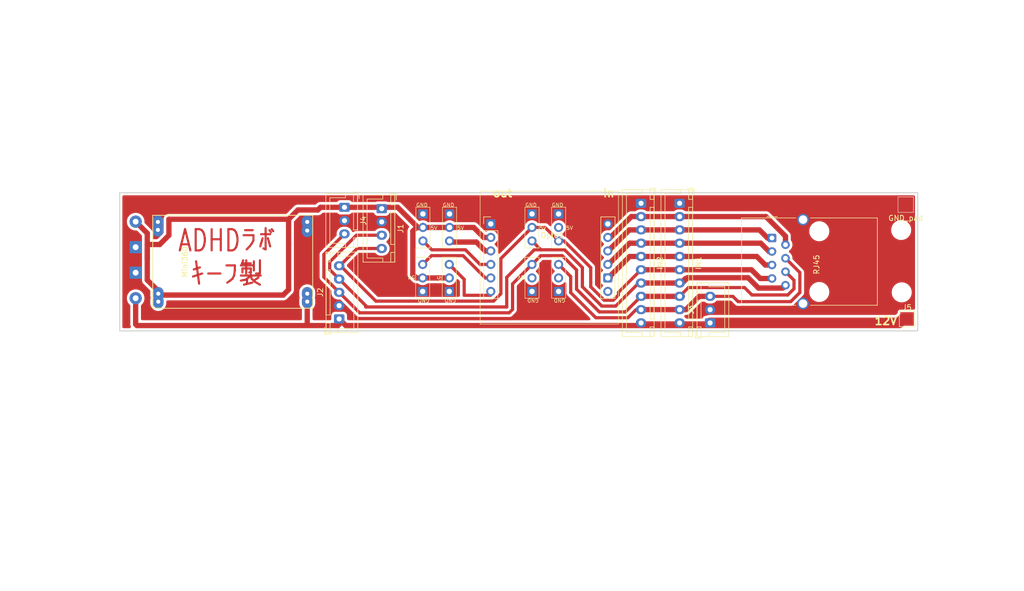
<source format=kicad_pcb>
(kicad_pcb
	(version 20240108)
	(generator "pcbnew")
	(generator_version "8.0")
	(general
		(thickness 1.6)
		(legacy_teardrops no)
	)
	(paper "A4")
	(layers
		(0 "F.Cu" signal)
		(31 "B.Cu" signal)
		(32 "B.Adhes" user "B.Adhesive")
		(33 "F.Adhes" user "F.Adhesive")
		(34 "B.Paste" user)
		(35 "F.Paste" user)
		(36 "B.SilkS" user "B.Silkscreen")
		(37 "F.SilkS" user "F.Silkscreen")
		(38 "B.Mask" user)
		(39 "F.Mask" user)
		(40 "Dwgs.User" user "User.Drawings")
		(41 "Cmts.User" user "User.Comments")
		(42 "Eco1.User" user "User.Eco1")
		(43 "Eco2.User" user "User.Eco2")
		(44 "Edge.Cuts" user)
		(45 "Margin" user)
		(46 "B.CrtYd" user "B.Courtyard")
		(47 "F.CrtYd" user "F.Courtyard")
		(48 "B.Fab" user)
		(49 "F.Fab" user)
		(50 "User.1" user)
		(51 "User.2" user)
		(52 "User.3" user)
		(53 "User.4" user)
		(54 "User.5" user)
		(55 "User.6" user)
		(56 "User.7" user)
		(57 "User.8" user)
		(58 "User.9" user)
	)
	(setup
		(pad_to_mask_clearance 0)
		(allow_soldermask_bridges_in_footprints no)
		(pcbplotparams
			(layerselection 0x0001010_ffffffff)
			(plot_on_all_layers_selection 0x0000000_00000000)
			(disableapertmacros no)
			(usegerberextensions yes)
			(usegerberattributes yes)
			(usegerberadvancedattributes yes)
			(creategerberjobfile no)
			(dashed_line_dash_ratio 12.000000)
			(dashed_line_gap_ratio 3.000000)
			(svgprecision 4)
			(plotframeref no)
			(viasonmask no)
			(mode 1)
			(useauxorigin no)
			(hpglpennumber 1)
			(hpglpenspeed 20)
			(hpglpendiameter 15.000000)
			(pdf_front_fp_property_popups yes)
			(pdf_back_fp_property_popups yes)
			(dxfpolygonmode yes)
			(dxfimperialunits yes)
			(dxfusepcbnewfont yes)
			(psnegative no)
			(psa4output no)
			(plotreference yes)
			(plotvalue yes)
			(plotfptext yes)
			(plotinvisibletext no)
			(sketchpadsonfab no)
			(subtractmaskfromsilk no)
			(outputformat 1)
			(mirror no)
			(drillshape 0)
			(scaleselection 1)
			(outputdirectory "gerber/")
		)
	)
	(net 0 "")
	(net 1 "GND")
	(net 2 "IN4")
	(net 3 "IN1")
	(net 4 "unconnected-(Opto1-NC-Pad6)")
	(net 5 "IN2")
	(net 6 "IN3")
	(net 7 "5V")
	(net 8 "12V")
	(net 9 "OUT2")
	(net 10 "OUT1")
	(net 11 "OUT3")
	(net 12 "OUT4")
	(net 13 "RX3")
	(net 14 "RX2")
	(net 15 "RX1")
	(net 16 "RX4")
	(net 17 "unconnected-(Srv8-5v-Pad2)")
	(net 18 "unconnected-(Srv7-5v-Pad2)")
	(footprint "Mini360_step-down:Mini560_step-down_pro" (layer "F.Cu") (at 89.75 75.75 90))
	(footprint "TestPoint:TestPoint_Pad_2.5x2.5mm" (layer "F.Cu") (at 226 86.5))
	(footprint "Library:Servo_pads" (layer "F.Cu") (at 155.5 66.75))
	(footprint "Library:Servo_pads" (layer "F.Cu") (at 139.95 81.33 180))
	(footprint "Connector_JST:JST_XH_B3B-XH-A_1x03_P2.50mm_Vertical" (layer "F.Cu") (at 120.25 65.5 -90))
	(footprint "Library:Servo_pads" (layer "F.Cu") (at 155.5 81.33 180))
	(footprint "Connector_JST:JST_XH_B10B-XH-A_1x10_P2.50mm_Vertical" (layer "F.Cu") (at 176 64.75 -90))
	(footprint "Library:TLP281_4_module" (layer "F.Cu") (at 159.2532 74.2148))
	(footprint "Connector_JST:JST_XH_B5B-XH-A_1x05_P2.50mm_Vertical" (layer "F.Cu") (at 119.25 86.5 90))
	(footprint "Library:Servo_pads" (layer "F.Cu") (at 160.5 66.75))
	(footprint (layer "F.Cu") (at 225 81.5))
	(footprint "Library:Servo_pads" (layer "F.Cu") (at 140 66.75))
	(footprint "Connector_JST:JST_XH_B4B-XH-A_1x04_P2.50mm_Vertical" (layer "F.Cu") (at 127.25 65.75 -90))
	(footprint (layer "F.Cu") (at 224.895627 69.767739))
	(footprint "Library:Servo_pads" (layer "F.Cu") (at 134.95 81.33 180))
	(footprint "Connector_JST:JST_XH_B10B-XH-A_1x10_P2.50mm_Vertical" (layer "F.Cu") (at 183.25 64.75 -90))
	(footprint "Library:Servo_pads" (layer "F.Cu") (at 160.5 81.33 180))
	(footprint "Connector_RJ:RJ45_Wuerth_7499010001A_Horizontal" (layer "F.Cu") (at 200.61 71.27))
	(footprint "Library:PWR_pads" (layer "F.Cu") (at 81 82.6 90))
	(footprint "Library:Servo_pads" (layer "F.Cu") (at 135 66.75))
	(footprint "Connector_JST:JST_XH_B3B-XH-A_1x03_P2.50mm_Vertical" (layer "F.Cu") (at 188.975 87.25 90))
	(footprint "TestPoint:TestPoint_Pad_2.5x2.5mm" (layer "B.Cu") (at 225.75 65))
	(footprint (layer "B.Cu") (at 226 86.5 180))
	(gr_rect
		(start 78 62.75)
		(end 228 88.75)
		(stroke
			(width 0.2)
			(type default)
		)
		(fill none)
		(layer "Edge.Cuts")
		(uuid "99981f6e-9965-426a-9d7b-58bc8738d408")
	)
	(gr_text "ADHDラボ\nキーフ製"
		(at 98 75 0)
		(layer "F.Cu")
		(uuid "5ad55d3a-2cf7-4517-8f81-8359e70fc327")
		(effects
			(font
				(size 4 3)
				(thickness 0.4)
			)
		)
	)
	(gr_text "12V"
		(at 219.75 87.75 0)
		(layer "F.SilkS")
		(uuid "38072ce0-75d8-40d2-97b3-20d963422d8c")
		(effects
			(font
				(size 1.5 1.5)
				(thickness 0.3)
				(bold yes)
			)
			(justify left bottom)
		)
	)
	(gr_text "out               in"
		(at 147.985 63.71 0)
		(layer "F.SilkS")
		(uuid "dd7e562d-5f5e-451f-9a0e-e01f2437c485")
		(effects
			(font
				(size 1.5 1.5)
				(thickness 0.3)
				(bold yes)
			)
			(justify left bottom)
		)
	)
	(segment
		(start 121.75 86.183148)
		(end 119.566852 84)
		(width 0.6)
		(layer "F.Cu")
		(net 1)
		(uuid "1ed6da4e-3fff-4fa8-a247-8e9526ea7cc8")
	)
	(segment
		(start 119.566852 84)
		(end 119.25 84)
		(width 0.6)
		(layer "F.Cu")
		(net 1)
		(uuid "33cc8ec9-a872-457a-b4bd-8638c715052e")
	)
	(segment
		(start 206.45 83.615)
		(end 206.95 83.115)
		(width 0.6)
		(layer "F.Cu")
		(net 1)
		(uuid "50a26b6a-4c95-44de-9236-1e9d488a1a9c")
	)
	(segment
		(start 151.75 86.45)
		(end 121.75 86.45)
		(width 0.6)
		(layer "F.Cu")
		(net 1)
		(uuid "798ad862-dea9-41b1-9626-094cf9562e01")
	)
	(segment
		(start 151.8 86.45)
		(end 151.75 86.45)
		(width 0.6)
		(layer "F.Cu")
		(net 1)
		(uuid "c465f7b8-7971-4b6a-b9f3-64afb0a0ca3b")
	)
	(segment
		(start 121.75 86.45)
		(end 121.75 86.183148)
		(width 0.6)
		(layer "F.Cu")
		(net 1)
		(uuid "f1b5df4e-f00d-40ed-a43b-85065f333f41")
	)
	(segment
		(start 169.826296 78.79)
		(end 169.75 78.79)
		(width 1)
		(layer "F.Cu")
		(net 2)
		(uuid "1e5fae07-9f05-44e6-b7ac-ca395b87b5ed")
	)
	(segment
		(start 183.25 74.75)
		(end 176 74.75)
		(width 1)
		(layer "F.Cu")
		(net 2)
		(uuid "44d3e754-c712-4e25-b63d-57cbbb47c86e")
	)
	(segment
		(start 197.75 74.75)
		(end 199.35 76.35)
		(width 1)
		(layer "F.Cu")
		(net 2)
		(uuid "4fe87027-1d6f-44a2-be59-d6e08937bf15")
	)
	(segment
		(start 176 74.75)
		(end 173.866296 74.75)
		(width 1)
		(layer "F.Cu")
		(net 2)
		(uuid "c22d8460-b7b0-4e9d-b1da-da6de5662381")
	)
	(segment
		(start 199.35 76.35)
		(end 200.61 76.35)
		(width 1)
		(layer "F.Cu")
		(net 2)
		(uuid "d18e3114-db6f-4095-8012-01d0b49c7e83")
	)
	(segment
		(start 170.21 78.79)
		(end 169.775 78.79)
		(width 1)
		(layer "F.Cu")
		(net 2)
		(uuid "d87fbf5d-a945-4913-baaa-0af9e0a6efa6")
	)
	(segment
		(start 183.25 74.75)
		(end 197.75 74.75)
		(width 1)
		(layer "F.Cu")
		(net 2)
		(uuid "dcd2a926-49d4-49b9-8396-3e0b87b3df7a")
	)
	(segment
		(start 173.866296 74.75)
		(end 169.826296 78.79)
		(width 1)
		(layer "F.Cu")
		(net 2)
		(uuid "ff78a822-cd0a-41b0-8369-2fff90534f0b")
	)
	(segment
		(start 174.164976 67.25)
		(end 176 67.25)
		(width 1)
		(layer "F.Cu")
		(net 3)
		(uuid "0804104d-7258-44b2-88ec-25888eead137")
	)
	(segment
		(start 169.851296 71.17)
		(end 169.775 71.17)
		(width 1)
		(layer "F.Cu")
		(net 3)
		(uuid "18b32d1f-bf2a-4d22-9578-7ab2f10b7629")
	)
	(segment
		(start 176 67.25)
		(end 183.25 67.25)
		(width 1)
		(layer "F.Cu")
		(net 3)
		(uuid "30b19611-1099-4a02-88cd-9faa000bfbfb")
	)
	(segment
		(start 199.46581 67.25)
		(end 203.15 70.93419)
		(width 1)
		(layer "F.Cu")
		(net 3)
		(uuid "379ca0ba-6682-46bd-b566-0597d1f8d223")
	)
	(segment
		(start 203.15 70.93419)
		(end 203.15 72.54)
		(width 1)
		(layer "F.Cu")
		(net 3)
		(uuid "445b5968-6c6a-4d62-9bf5-0f53a3a09960")
	)
	(segment
		(start 169.75 71.17)
		(end 170.244976 71.17)
		(width 1)
		(layer "F.Cu")
		(net 3)
		(uuid "56f8fe80-9245-4f07-a7ba-ab5bb72ea6e6")
	)
	(segment
		(start 183.25 67.25)
		(end 199.46581 67.25)
		(width 1)
		(layer "F.Cu")
		(net 3)
		(uuid "b1bfa106-897c-4c0f-997b-3d1ddd81b434")
	)
	(segment
		(start 170.244976 71.17)
		(end 174.164976 67.25)
		(width 1)
		(layer "F.Cu")
		(net 3)
		(uuid "b76577eb-9a6b-453b-b0fd-2ddc0fcfedaa")
	)
	(segment
		(start 173.311296 70.25)
		(end 169.851296 73.71)
		(width 1)
		(layer "F.Cu")
		(net 5)
		(uuid "09035943-06f7-47c0-a757-9b3daef197b5")
	)
	(segment
		(start 173.786296 69.75)
		(end 169.826296 73.71)
		(width 1)
		(layer "F.Cu")
		(net 5)
		(uuid "184f4f78-ffe9-4992-8cd7-be4f70c1e4f3")
	)
	(segment
		(start 198.25 69.75)
		(end 183.25 69.75)
		(width 1)
		(layer "F.Cu")
		(net 5)
		(uuid "35536974-8025-41b2-ab07-1e2780887de7")
	)
	(segment
		(start 199.77 71.27)
		(end 198.25 69.75)
		(width 1)
		(layer "F.Cu")
		(net 5)
		(uuid "6ec14e04-28b3-4f32-b6b3-99f6211bda7f")
	)
	(segment
		(start 169.826296 73.71)
		(end 169.75 73.71)
		(width 1)
		(layer "F.Cu")
		(net 5)
		(uuid "79ed2d84-ea30-41d0-baa3-4313f78791ea")
	)
	(segment
		(start 176 69.75)
		(end 173.786296 69.75)
		(width 1)
		(layer "F.Cu")
		(net 5)
		(uuid "7ce132f4-ed88-46ef-a669-4f335571fcbd")
	)
	(segment
		(start 183.25 69.75)
		(end 176 69.75)
		(width 1)
		(layer "F.Cu")
		(net 5)
		(uuid "85c53630-d386-416c-9451-4fb13171e8ab")
	)
	(segment
		(start 169.775 73.71)
		(end 169.851296 73.71)
		(width 1)
		(layer "F.Cu")
		(net 5)
		(uuid "dc6f2586-b7b5-41b8-812b-b7af1560ee31")
	)
	(segment
		(start 200.61 71.27)
		(end 199.77 71.27)
		(width 1)
		(layer "F.Cu")
		(net 5)
		(uuid "e1cecff9-146e-4a5e-b035-4f3c72b6bca1")
	)
	(segment
		(start 169.851296 76.25)
		(end 169.775 76.25)
		(width 1)
		(layer "F.Cu")
		(net 6)
		(uuid "04f65c05-1367-470f-8e72-39eeea7a9058")
	)
	(segment
		(start 183.25 72.25)
		(end 198.5 72.25)
		(width 1)
		(layer "F.Cu")
		(net 6)
		(uuid "3672549f-f7dd-45d6-87e4-21610c236a02")
	)
	(segment
		(start 200.06 73.81)
		(end 200.61 73.81)
		(width 1)
		(layer "F.Cu")
		(net 6)
		(uuid "78ac6e94-c766-4664-9e41-bde9c5cf4bc8")
	)
	(segment
		(start 183.25 72.25)
		(end 176 72.25)
		(width 1)
		(layer "F.Cu")
		(net 6)
		(uuid "7eed75a7-9d33-4e51-835d-de318afc6b4d")
	)
	(segment
		(start 173.851296 72.25)
		(end 169.851296 76.25)
		(width 1)
		(layer "F.Cu")
		(net 6)
		(uuid "93580d2f-8921-4ac2-a4dc-021ba15864bb")
	)
	(segment
		(start 198.5 72.25)
		(end 200.06 73.81)
		(width 1)
		(layer "F.Cu")
		(net 6)
		(uuid "a34eff10-688a-47eb-a187-8160d78091ec")
	)
	(segment
		(start 176 72.25)
		(end 173.851296 72.25)
		(width 1)
		(layer "F.Cu")
		(net 6)
		(uuid "fc3e7bca-96a8-44a7-829e-6c49f9161e42")
	)
	(segment
		(start 115.75 65.5)
		(end 120.25 65.5)
		(width 1)
		(layer "F.Cu")
		(net 7)
		(uuid "01268991-8a80-45dc-adf6-3e6e1b28c041")
	)
	(segment
		(start 83.18 72.5)
		(end 83.18 70.38)
		(width 1)
		(layer "F.Cu")
		(net 7)
		(uuid "16d68ec3-496c-4e07-b4c8-06ffe6691e74")
	)
	(segment
		(start 109.75 67.75)
		(end 87.25 67.75)
		(width 1)
		(layer "F.Cu")
		(net 7)
		(uuid "24968cb2-665b-4ad6-a74f-f3ef38151cbd")
	)
	(segment
		(start 85.508427 72.5)
		(end 83.18 72.5)
		(width 1)
		(layer "F.Cu")
		(net 7)
		(uuid "258ac3eb-5823-409f-969c-e09a8ff0a234")
	)
	(segment
		(start 133.1 78.142081)
		(end 133.747919 78.79)
		(width 1)
		(layer "F.Cu")
		(net 7)
		(uuid "2a51eda4-2df7-427d-bb74-9a8397e445a1")
	)
	(segment
		(start 109.75 80.98817)
		(end 109.75 72.5)
		(width 1)
		(layer "F.Cu")
		(net 7)
		(uuid "3ab437a7-d278-465c-a048-672dd73e9e03")
	)
	(segment
		(start 83.18 79.18)
		(end 85.25 81.25)
		(width 1)
		(layer "F.Cu")
		(net 7)
		(uuid "4d892bb5-97bb-4213-8404-e510c7e65a26")
	)
	(segment
		(start 130.25 65.5)
		(end 134.04 69.29)
		(width 1)
		(layer "F.Cu")
		(net 7)
		(uuid "52902f79-2d68-4ec9-b115-74ce15443c05")
	)
	(segment
		(start 133.797919 69.29)
		(end 133.1 69.987919)
		(width 1)
		(layer "F.Cu")
		(net 7)
		(uuid "52f84f1a-bd7c-4e7d-a489-a3640c540374")
	)
	(segment
		(start 87.25 70.758427)
		(end 85.508427 72.5)
		(width 1)
		(layer "F.Cu")
		(net 7)
		(uuid "53c3142c-5d09-4d9b-a63b-71ba02c7d56d")
	)
	(segment
		(start 109.75 67.75)
		(end 111.5 66)
		(width 1)
		(layer "F.Cu")
		(net 7)
		(uuid "55071a6f-10e0-4cc3-af8a-8b1da01843f0")
	)
	(segment
		(start 83.18 75.18)
		(end 83.18 73.5)
		(width 1)
		(layer "F.Cu")
		(net 7)
		(uuid "563a1938-2363-4e85-815a-24f9e6bb38cf")
	)
	(segment
		(start 111.5 66)
		(end 115.25 66)
		(width 1)
		(layer "F.Cu")
		(net 7)
		(uuid "67861098-d04a-41ce-b475-b1795039e290")
	)
	(segment
		(start 135 69.29)
		(end 133.797919 69.29)
		(width 1)
		(layer "F.Cu")
		(net 7)
		(uuid "6aeaa812-20f7-4112-8e78-0bcd137a3eb6")
	)
	(segment
		(start 85.508247 82.008247)
		(end 108.729923 82.008247)
		(width 1)
		(layer "F.Cu")
		(net 7)
		(uuid "6c1fe1fa-d301-4702-aa79-9c7ed448ea68")
	)
	(segment
		(start 85.25 81.75)
		(end 85.508247 82.008247)
		(width 1)
		(layer "F.Cu")
		(net 7)
		(uuid "792b0989-9479-4bce-9d18-72ecc57ce0c0")
	)
	(segment
		(start 85.25 81.75)
		(end 85.25 83.25)
		(width 1)
		(layer "F.Cu")
		(net 7)
		(uuid "79a49c1c-a417-4d7d-bcbd-4753fcbf937b")
	)
	(segment
		(start 146.42 71.17)
		(end 144.54 69.29)
		(width 1)
		(layer "F.Cu")
		(net 7)
		(uuid "7acadb45-ff73-4f10-8a2a-8a22b4bf1ec3")
	)
	(segment
		(start 108.729923 82.008247)
		(end 109.75 80.98817)
		(width 1)
		(layer "F.Cu")
		(net 7)
		(uuid "80f86cfc-d130-455c-b854-63a969cb6111")
	)
	(segment
		(start 83.18 73.5)
		(end 83.18 79.18)
		(width 1)
		(layer "F.Cu")
		(net 7)
		(uuid "84f48b64-e6ec-4a2b-8093-3a245cbc7afd")
	)
	(segment
		(start 144.54 69.29)
		(end 140 69.29)
		(width 1)
		(layer "F.Cu")
		(net 7)
		(uuid "899e636b-8848-4ea3-a69b-36d7c97fbb5c")
	)
	(segment
		(start 120.25 65.5)
		(end 130.25 65.5)
		(width 1)
		(layer "F.Cu")
		(net 7)
		(uuid "93e2645a-9517-4277-b117-0bacf685a6f1")
	)
	(segment
		(start 87.25 67.75)
		(end 87.25 70.758427)
		(width 1)
		(layer "F.Cu")
		(net 7)
		(uuid "9d5ea2bc-11ed-4e23-a94d-26b996bb9900")
	)
	(segment
		(start 133.1 69.987919)
		(end 133.1 78.142081)
		(width 1)
		(layer "F.Cu")
		(net 7)
		(uuid "ad51b70c-3f3a-4fc7-b5c3-6f3a1cbcc6e6")
	)
	(segment
		(start 135 69.29)
		(end 140 69.29)
		(width 1)
		(layer "F.Cu")
		(net 7)
		(uuid "ad797240-88a6-4c46-8fb9-1704e3805c77")
	)
	(segment
		(start 134.95 78.79)
		(end 139.95 78.79)
		(width 1)
		(layer "F.Cu")
		(net 7)
		(uuid "afb730ba-b5e6-4baf-959f-5478d085b847")
	)
	(segment
		(start 147.75 71.17)
		(end 146.42 71.17)
		(width 1)
		(layer "F.Cu")
		(net 7)
		(uuid "badc9c78-e655-4cd7-9a55-5246bc122a55")
	)
	(segment
		(start 115.25 66)
		(end 115.75 65.5)
		(width 1)
		(layer "F.Cu")
		(net 7)
		(uuid "be7f26ad-4818-4ebb-a539-264882359a89")
	)
	(segment
		(start 85.25 81.25)
		(end 85.25 81.75)
		(width 1)
		(layer "F.Cu")
		(net 7)
		(uuid "bf456bb3-3254-46a5-80b7-a865e83a2110")
	)
	(segment
		(start 83.18 70.38)
		(end 81 68.2)
		(width 1)
		(layer "F.Cu")
		(net 7)
		(uuid "cc660ab6-8580-4f00-84a4-501a68e01a8b")
	)
	(segment
		(start 83.18 73.5)
		(end 83.18 72.5)
		(width 1)
		(layer "F.Cu")
		(net 7)
		(uuid "d84374c4-995a-4966-957c-dab0ae8d5f06")
	)
	(segment
		(start 134.04 69.29)
		(end 135 69.29)
		(width 1)
		(layer "F.Cu")
		(net 7)
		(uuid "ec84d255-4dd7-42c6-aab6-f94cfd6645ac")
	)
	(segment
		(start 133.747919 78.79)
		(end 134.95 78.79)
		(width 1)
		(layer "F.Cu")
		(net 7)
		(uuid "f6e3e216-4d96-4044-8831-e2513668a598")
	)
	(segment
		(start 109.75 72.5)
		(end 109.75 67.75)
		(width 1)
		(layer "F.Cu")
		(net 7)
		(uuid "ffd8cec9-b1d8-4987-a1f1-7a8981647217")
	)
	(segment
		(start 81 82.6)
		(end 81 87.5)
		(width 1)
		(layer "F.Cu")
		(net 8)
		(uuid "0252abf3-d087-4e9f-afc5-b578345615fe")
	)
	(segment
		(start 119.25 87.5)
		(end 119 87.75)
		(width 1)
		(layer "F.Cu")
		(net 8)
		(uuid "052311ee-d35c-4676-bbcc-af20b56bc988")
	)
	(segment
		(start 119 87.75)
		(end 113 87.75)
		(width 1)
		(layer "F.Cu")
		(net 8)
		(uuid "06bdfb26-aa03-436b-a0ec-c5c1ba8e8a9f")
	)
	(segment
		(start 81 87.5)
		(end 81.25 87.75)
		(width 1)
		(layer "F.Cu")
		(net 8)
		(uuid "30c0211c-b28e-44e0-a897-d8f1669bb970")
	)
	(segment
		(start 113.25 87.5)
		(end 113.25 81.4775)
		(width 1)
		(layer "F.Cu")
		(net 8)
		(uuid "3202b3a8-9b25-40a6-ab0f-768de4547f7c")
	)
	(segment
		(start 188.475 87.75)
		(end 188.975 87.25)
		(width 1)
		(layer "F.Cu")
		(net 8)
		(uuid "37ce2acc-ec0f-4524-891a-c5e83f502110")
	)
	(segment
		(start 81.25 87.75)
		(end 113 87.75)
		(width 1)
		(layer "F.Cu")
		(net 8)
		(uuid "4cfcfa39-0b91-4dd1-a83c-0d59322ddecd")
	)
	(segment
		(start 226 86.5)
		(end 225.25 86.5)
		(width 2)
		(layer "F.Cu")
		(net 8)
		(uuid "4e0872eb-8936-4967-9f0d-022c6aad84ac")
	)
	(segment
		(start 119.25 86.5)
		(end 120.5 87.75)
		(width 1)
		(layer "F.Cu")
		(net 8)
		(uuid "632e5ec9-a955-4d43-a5d8-7d9388a580b3")
	)
	(segment
		(start 176 87.25)
		(end 183.25 87.25)
		(width 0.6)
		(layer "F.Cu")
		(net 8)
		(uuid "69f75857-e89a-4151-a0f5-004beb3cd436")
	)
	(segment
		(start 224.5 87.25)
		(end 188.975 87.25)
		(width 2)
		(layer "F.Cu")
		(net 8)
		(uuid "6cfec78c-5604-4e06-af2c-e9fc1bb8a486")
	)
	(segment
		(start 225.25 86.5)
		(end 224.5 87.25)
		(width 2)
		(layer "F.Cu")
		(net 8)
		(uuid "818f2941-a525-42a9-8e48-abb16e342d25")
	)
	(segment
		(start 119.25 86.5)
		(end 119.25 87.5)
		(width 1)
		(layer "F.Cu")
		(net 8)
		(uuid "a3271490-78f6-4fe0-9862-29c77b1265f2")
	)
	(segment
		(start 113 87.75)
		(end 113.25 87.5)
		(width 1)
		(layer "F.Cu")
		(net 8)
		(uuid "bb4cb920-aedf-4c3a-ba64-c0129eaea86e")
	)
	(segment
		(start 183.25 87.25)
		(end 188.975 87.25)
		(width 0.6)
		(layer "F.Cu")
		(net 8)
		(uuid "c8111c01-1c8e-4caf-869a-a93042872955")
	)
	(segment
		(start 120.5 87.75)
		(end 188.475 87.75)
		(width 1)
		(layer "F.Cu")
		(net 8)
		(uuid "f205c12a-f805-49bd-9d00-1dba77703910")
	)
	(segment
		(start 143.19 73.69)
		(end 145.75 76.25)
		(width 0.6)
		(layer "F.Cu")
		(net 9)
		(uuid "46452387-1682-493f-a00e-d023ab21b487")
	)
	(segment
		(start 136.67 73.5)
		(end 135 71.83)
		(width 0.6)
		(layer "F.Cu")
		(net 9)
		(uuid "4fce0d62-b4af-4983-be26-b1901657b36e")
	)
	(segment
		(start 143.000001 73.5)
		(end 136.67 73.5)
		(width 0.6)
		(layer "F.Cu")
		(net 9)
		(uuid "9b8ad141-cc5e-4702-b894-8277f055baac")
	)
	(segment
		(start 143.19 73.69)
		(end 143.000001 73.5)
		(width 0.6)
		(layer "F.Cu")
		(net 9)
		(uuid "c0b4964c-a987-49c3-a0e8-87dbae6228fd")
	)
	(segment
		(start 145.75 76.25)
		(end 147.75 76.25)
		(width 0.6)
		(layer "F.Cu")
		(net 9)
		(uuid "d5927c43-7382-45b5-9c15-756d6aa2df6b")
	)
	(segment
		(start 146.71 73.71)
		(end 147.75 73.71)
		(width 1)
		(layer "F.Cu")
		(net 10)
		(uuid "66a0b13d-4435-406f-bf9e-d3d537b67360")
	)
	(segment
		(start 140 72.04)
		(end 145.04 72.04)
		(width 1)
		(layer "F.Cu")
		(net 10)
		(uuid "96752af3-4cac-4f04-865d-c9248b8a4600")
	)
	(segment
		(start 145.04 72.04)
		(end 146.71 73.71)
		(width 1)
		(layer "F.Cu")
		(net 10)
		(uuid "b7f37754-deb2-4b8e-bdff-6c2133ac6892")
	)
	(segment
		(start 147.75 78.79)
		(end 146.734366 78.79)
		(width 0.6)
		(layer "F.Cu")
		(net 11)
		(uuid "3498eb1d-e258-460a-a762-d04a865a3cec")
	)
	(segment
		(start 142.544366 74.6)
		(end 136.6 74.6)
		(width 0.6)
		(layer "F.Cu")
		(net 11)
		(uuid "49979d5f-20d0-4eae-8e3b-fb55d20b32ef")
	)
	(segment
		(start 136.6 74.6)
		(end 134.95 76.25)
		(width 0.6)
		(layer "F.Cu")
		(net 11)
		(uuid "533a489d-8123-43f1-aeaa-853db6c86886")
	)
	(segment
		(start 146.734366 78.79)
		(end 142.544366 74.6)
		(width 0.6)
		(layer "F.Cu")
		(net 11)
		(uuid "b8b31520-8b72-4f3d-b68e-11d041cca745")
	)
	(segment
		(start 142.75 79.05)
		(end 139.95 76.25)
		(width 0.6)
		(layer "F.Cu")
		(net 12)
		(uuid "433a4013-3d52-4041-82df-1b5713cacbfe")
	)
	(segment
		(start 141.255634 77.555634)
		(end 139.95 76.25)
		(width 0.6)
		(layer "F.Cu")
		(net 12)
		(uuid "4b916854-7c59-44c6-a9d9-3c1a834f1fb7")
	)
	(segment
		(start 147.75 82)
		(end 147.7 82.05)
		(width 0.6)
		(layer "F.Cu")
		(net 12)
		(uuid "7574fb9d-4490-4e78-98ee-0d6f79e909f7")
	)
	(segment
		(start 147.7 82.05)
		(end 142.75 82.05)
		(width 0.6)
		(layer "F.Cu")
		(net 12)
		(uuid "8a9f22a5-04ad-4193-aefc-e0bab79a1c7f")
	)
	(segment
		(start 142.75 82.05)
		(end 142.75 79.05)
		(width 0.6)
		(layer "F.Cu")
		(net 12)
		(uuid "bdfc6ea5-249a-4bb6-9251-2d39f417ef95")
	)
	(segment
		(start 147.718732 81.33)
		(end 147.75 81.33)
		(width 0.6)
		(layer "F.Cu")
		(net 12)
		(uuid "d4b403c3-4de2-4f0e-b448-75c33ef83fd3")
	)
	(segment
		(start 147.75 81.33)
		(end 147.75 82)
		(width 0.6)
		(layer "F.Cu")
		(net 12)
		(uuid "faac646e-09a9-4b94-b6b2-7306cc79b848")
	)
	(segment
		(start 116.375 78.625)
		(end 116.375 74.375)
		(width 0.6)
		(layer "F.Cu")
		(net 13)
		(uuid "1bfb148a-3a50-41b6-b201-07b396ce44ab")
	)
	(segment
		(start 173.07 85.18)
		(end 168.155277 85.18)
		(width 0.6)
		(layer "F.Cu")
		(net 13)
		(uuid "2298dbb3-0664-4880-bc03-43ad7de0882b")
	)
	(segment
		(start 155.5 76.25)
		(end 157.15 74.6)
		(width 0.6)
		(layer "F.Cu")
		(net 13)
		(uuid "32a2ddef-50d9-4894-8610-eed6ed482b69")
	)
	(segment
		(start 116.375 74.375)
		(end 120.25 70.5)
		(width 0.6)
		(layer "F.Cu")
		(net 13)
		(uuid "480c1346-ede5-4890-8909-21db0462223b")
	)
	(segment
		(start 204.75 79.22)
		(end 204.75 80.822742)
		(width 0.6)
		(layer "F.Cu")
		(net 13)
		(uuid "4c721bab-2dcc-4e0b-af39-0c6982e16669")
	)
	(segment
		(start 168.155277 85.18)
		(end 163.872183 80.896906)
		(width 0.6)
		(layer "F.Cu")
		(net 13)
		(uuid "5abf1c18-c92b-4acb-a511-a4a1bdbc8c0a")
	)
	(segment
		(start 151.205635 85.35)
		(end 123.1 85.35)
		(width 0.6)
		(layer "F.Cu")
		(net 13)
		(uuid "5e9b4b11-6e29-46bd-ada7-50b3bb1fe7ef")
	)
	(segment
		(start 203.582742 81.99)
		(end 196.84 81.99)
		(width 0.6)
		(layer "F.Cu")
		(net 13)
		(uuid "68bd9b92-8015-4c2b-a674-5967f78b39c4")
	)
	(segment
		(start 163.872183 77.28873)
		(end 163.872183 80.896906)
		(width 0.6)
		(layer "F.Cu")
		(net 13)
		(uuid "6b438c50-179e-4be9-9c67-7ecf07348970")
	)
	(segment
		(start 203.15 77.62)
		(end 204.75 79.22)
		(width 0.6)
		(layer "F.Cu")
		(net 13)
		(uuid "7162e9aa-65d7-4d9b-b74a-5dbf115833d9")
	)
	(segment
		(start 123.1 85.35)
		(end 119.25 81.5)
		(width 0.6)
		(layer "F.Cu")
		(net 13)
		(uuid "71783e71-b602-4339-9fc1-62f3f36b57db")
	)
	(segment
		(start 184.9 80.6)
		(end 183.25 82.25)
		(width 0.6)
		(layer "F.Cu")
		(net 13)
		(uuid "7686078d-4ec3-4896-9167-a42783ddc4f6")
	)
	(segment
		(start 196.05 81.2)
		(end 195.45 80.6)
		(width 0.6)
		(layer "F.Cu")
		(net 13)
		(uuid "8caf9b71-ce60-41f2-ad6e-8c695c029940")
	)
	(segment
		(start 196.84 81.99)
		(end 196.05 81.2)
		(width 0.6)
		(layer "F.Cu")
		(net 13)
		(uuid "939db2ec-6e28-4ff0-af67-197dcdbf56ce")
	)
	(segment
		(start 183.25 82.25)
		(end 183.75 82.25)
		(width 1)
		(layer "F.Cu")
		(net 13)
		(uuid "99cd3266-4557-46e8-b364-81c1d28366dd")
	)
	(segment
		(start 119.25 81.5)
		(end 116.375 78.625)
		(width 0.6)
		(layer "F.Cu")
		(net 13)
		(uuid "b144c0a8-4b69-4239-b675-35845b0da85e")
	)
	(segment
		(start 161.183453 74.6)
		(end 163.872183 77.28873)
		(width 0.6)
		(layer "F.Cu")
		(net 13)
		(uuid "b7f10a40-87f1-433f-aa49-0d14bf2fbf8d")
	)
	(segment
		(start 157.15 74.6)
		(end 161.183453 74.6)
		(width 0.6)
		(layer "F.Cu")
		(net 13)
		(uuid "ba8d8464-adca-4b88-90a3-552527409015")
	)
	(segment
		(start 155.5 76.25)
		(end 151.85 79.9)
		(width 0.6)
		(layer "F.Cu")
		(net 13)
		(uuid "c7f59110-5002-49e8-a80e-411a2ba6d921")
	)
	(segment
		(start 176 82.25)
		(end 173.07 85.18)
		(width 0.6)
		(layer "F.Cu")
		(net 13)
		(uuid "d270f0b2-f468-4e3c-8fb1-fba38107a083")
	)
	(segment
		(start 183.25 82.25)
		(end 176 82.25)
		(width 1)
		(layer "F.Cu")
		(net 13)
		(uuid "d3936237-be04-412a-a6d3-1b52fb05c81a")
	)
	(segment
		(start 151.85 79.9)
		(end 151.85 84.705635)
		(width 0.6)
		(layer "F.Cu")
		(net 13)
		(uuid "e8e20ed2-c1b7-4a8e-81f0-bf35d50870e0")
	)
	(segment
		(start 204.75 80.822742)
		(end 203.582742 81.99)
		(width 0.6)
		(layer "F.Cu")
		(net 13)
		(uuid "f520ddef-340c-4b88-83ac-99d42ce26969")
	)
	(segment
		(start 151.85 84.705635)
		(end 151.205635 85.35)
		(width 0.6)
		(layer "F.Cu")
		(net 13)
		(uuid "f9f85cc3-f1d2-4806-94e9-35304c9f34c1")
	)
	(segment
		(start 195.45 80.6)
		(end 184.9 80.6)
		(width 0.6)
		(layer "F.Cu")
		(net 13)
		(uuid "fd9680fd-0ec9-4073-b1a7-2d14a785c98d")
	)
	(segment
		(start 183.25 79.75)
		(end 176 79.75)
		(width 1)
		(layer "F.Cu")
		(net 14)
		(uuid "1701356e-6420-4a5c-a9d4-0c3873841632")
	)
	(segment
		(start 150.75 78.666547)
		(end 155.916547 73.5)
		(width 0.6)
		(layer "F.Cu")
		(net 14)
		(uuid "18b47ee0-3458-45ae-807f-1559392f5efb")
	)
	(segment
		(start 168.610912 84.08)
		(end 171.225635 84.08)
		(width 0.6)
		(layer "F.Cu")
		(net 14)
		(uuid "1f2dc214-2194-430b-b7c6-65716a145b11")
	)
	(segment
		(start 183.491295 79.75)
		(end 183.25 79.75)
		(width 1)
		(layer "F.Cu")
		(net 14)
		(uuid "2b8c3c59-eeb4-4651-b4e1-08917d059a84")
	)
	(segment
		(start 183.75 79.75)
		(end 184.75 78.75)
		(width 1)
		(layer "F.Cu")
		(net 14)
		(uuid "2cc31504-14eb-4422-b7dc-cb9a72056b1f")
	)
	(segment
		(start 117.475 75.775)
		(end 120.5 72.75)
		(width 0.6)
		(layer "F.Cu")
		(net 14)
		(uuid "4025dfbb-6a98-4905-b6f6-c915f839c2f8")
	)
	(segment
		(start 198.06868 80.69)
		(end 202.62 80.69)
		(width 1)
		(layer "F.Cu")
		(net 14)
		(uuid "4060ba0d-c5a7-415a-a2aa-b28a6118ebfa")
	)
	(segment
		(start 119.25 79)
		(end 124.25 84)
		(width 0.6)
		(layer "F.Cu")
		(net 14)
		(uuid "43414de8-4e01-4c7b-9e44-f81c9bcc8aff")
	)
	(segment
		(start 150.75 84.25)
		(end 150.75 78.666547)
		(width 0.6)
		(layer "F.Cu")
		(net 14)
		(uuid "4b10559c-934b-4817-bfdb-2e26959142b7")
	)
	(segment
		(start 175.555634 79.75)
		(end 176 79.75)
		(width 0.6)
		(layer "F.Cu")
		(net 14)
		(uuid "51fe20e8-71b7-4509-b88e-0b2e340ca4aa")
	)
	(segment
		(start 171.225635 84.08)
		(end 172.902817 82.402817)
		(width 0.6)
		(layer "F.Cu")
		(net 14)
		(uuid "566b6ae1-6c1a-4853-a5ea-b5042966bf60")
	)
	(segment
		(start 183.25 79.75)
		(end 183.75 79.75)
		(width 1)
		(layer "F.Cu")
		(net 14)
		(uuid "63ccf548-e1be-4f34-b609-81002e7ad96f")
	)
	(segment
		(start 157.17 73.5)
		(end 161.639087 73.5)
		(width 0.6)
		(layer "F.Cu")
		(net 14)
		(uuid "66a7981e-e326-402d-be1b-072df531fde6")
	)
	(segment
		(start 172.902817 82.402817)
		(end 175.555634 79.75)
		(width 0.6)
		(layer "F.Cu")
		(net 14)
		(uuid "6ad62e31-35a3-4589-8563-9d36d93082c6")
	)
	(segment
		(start 155.5 71.83)
		(end 157.17 73.5)
		(width 0.6)
		(layer "F.Cu")
		(net 14)
		(uuid "70761256-9a94-4d55-8728-2430050039e7")
	)
	(segment
		(start 155.916547 73.5)
		(end 157.17 73.5)
		(width 0.6)
		(layer "F.Cu")
		(net 14)
		(uuid "905e8d77-b67c-4cc0-a6b5-1807636ce4de")
	)
	(segment
		(start 164.972183 80.441271)
		(end 168.610912 84.08)
		(width 0.6)
		(layer "F.Cu")
		(net 14)
		(uuid "a6bc4b08-d30d-484d-aab1-c7935d5afbbe")
	)
	(segment
		(start 184.75 78.75)
		(end 196.12868 78.75)
		(width 1)
		(layer "F.Cu")
		(net 14)
		(uuid "bd8f3803-722d-479b-84df-13fe8997f2bd")
	)
	(segment
		(start 127.25 70.75)
		(end 122.5 70.75)
		(width 0.6)
		(layer "F.Cu")
		(net 14)
		(uuid "c0fd6d82-442a-4270-9fd9-4c4c85ab60c8")
	)
	(segment
		(start 124.25 84)
		(end 124.25 84.25)
		(width 0.6)
		(layer "F.Cu")
		(net 14)
		(uuid "c2f365a0-c8ca-4013-8ebc-4b9e3b38d56f")
	)
	(segment
		(start 122.5 70.75)
		(end 120.5 72.75)
		(width 0.6)
		(layer "F.Cu")
		(net 14)
		(uuid "cb5f4bf7-9fc5-42aa-8cf8-0060cc2e1a80")
	)
	(segment
		(start 117.475 77.225)
		(end 117.475 75.775)
		(width 0.6)
		(layer "F.Cu")
		(net 14)
		(uuid "d09575b2-d9af-49dc-81ef-5f98852079bd")
	)
	(segment
		(start 164.972183 76.833096)
		(end 164.972183 80.441271)
		(width 0.6)
		(layer "F.Cu")
		(net 14)
		(uuid "e5a60180-5839-4335-9ef3-60abc1021e97")
	)
	(segment
		(start 184.351295 78.89)
		(end 183.491295 79.75)
		(width 1)
		(layer "F.Cu")
		(net 14)
		(uuid "e7187287-4f33-4720-9b47-7ff01fd9eca3")
	)
	(segment
		(start 119.25 79)
		(end 117.475 77.225)
		(width 0.6)
		(layer "F.Cu")
		(net 14)
		(uuid "e88723d2-53e2-4c0a-a4ac-af8146201135")
	)
	(segment
		(start 202.62 80.69)
		(end 203.15 80.16)
		(width 1)
		(layer "F.Cu")
		(net 14)
		(uuid "f1c1e296-efb3-4ad6-af89-094b653d4598")
	)
	(segment
		(start 150.75 84.25)
		(end 124.25 84.25)
		(width 0.6)
		(layer "F.Cu")
		(net 14)
		(uuid "f925ffa0-214f-4460-93cf-5fb4b3f32e61")
	)
	(segment
		(start 196.12868 78.75)
		(end 198.06868 80.69)
		(width 1)
		(layer "F.Cu")
		(net 14)
		(uuid "fdac0575-dbe0-486b-8404-bef481d35516")
	)
	(segment
		(start 161.639087 73.5)
		(end 164.972183 76.833096)
		(width 0.6)
		(layer "F.Cu")
		(net 14)
		(uuid "fff0a5c3-ceda-4012-a954-c4a607dde39e")
	)
	(segment
		(start 148.263453 83.15)
		(end 149.65 81.763453)
		(width 0.6)
		(layer "F.Cu")
		(net 15)
		(uuid "0f7bbe52-b7c6-47ac-a0f7-0741c7716dcf")
	)
	(segment
		(start 119.375 76.5)
		(end 119.25 76.5)
		(width 0.6)
		(layer "F.Cu")
		(net 15)
		(uuid "11e7085c-47f1-4a27-b3fb-913d27a12ae2")
	)
	(segment
		(start 119.5 76.5)
		(end 119.25 76.5)
		(width 0.6)
		(layer "F.Cu")
		(net 15)
		(uuid "1b7f763f-41ce-4770-bf06-aa831248fc8e")
	)
	(segment
		(start 183.25 77.25)
		(end 196.75 77.25)
		(width 1)
		(layer "F.Cu")
		(net 15)
		(uuid "1dbb2ad7-4cd2-45e1-b01f-2d942743f062")
	)
	(segment
		(start 161.524722 71.83)
		(end 166.543274 76.848552)
		(width 0.6)
		(layer "F.Cu")
		(net 15)
		(uuid "3099c1d4-512c-4f19-9e89-ff92c5f4f87c")
	)
	(segment
		(start 155.5 69.29)
		(end 157.96 69.29)
		(width 0.6)
		(layer "F.Cu")
		(net 15)
		(uuid "359f3469-ee9a-46fc-9745-05f29617fdae")
	)
	(segment
		(start 122.625 73.25)
		(end 119.375 76.5)
		(width 0.6)
		(layer "F.Cu")
		(net 15)
		(uuid "4eaef032-d2fb-46b9-8d1e-f07a2c8e167b")
	)
	(segment
		(start 170.77 82.98)
		(end 171.75 82)
		(width 0.6)
		(layer "F.Cu")
		(net 15)
		(uuid "51276859-2317-4b88-b4e6-2778345f3c12")
	)
	(segment
		(start 149.65 81.763453)
		(end 149.65 75.14)
		(width 0.6)
		(layer "F.Cu")
		(net 15)
		(uuid "5412a4e7-c1db-452b-99fe-0854e307d8a9")
	)
	(segment
		(start 166.543274 76.848552)
		(end 166.543274 80.456726)
		(width 0.6)
		(layer "F.Cu")
		(net 15)
		(uuid "6b14cf75-9c35-4d15-8a36-a085aff92239")
	)
	(segment
		(start 127.25 73.25)
		(end 122.625 73.25)
		(width 0.6)
		(layer "F.Cu")
		(net 15)
		(uuid "6ee983c9-acbb-48c9-8b5d-43b64606b3f1")
	)
	(segment
		(start 171.75 81.5)
		(end 176 77.25)
		(width 0.6)
		(layer "F.Cu")
		(net 15)
		(uuid "81d20988-b2db-4135-ba8c-7dface8e1108")
	)
	(segment
		(start 183.25 77.25)
		(end 176 77.25)
		(width 1)
		(layer "F.Cu")
		(net 15)
		(uuid "83e9f28d-0198-49b6-86f5-9b921433986e")
	)
	(segment
		(start 166.543274 80.456726)
		(end 169.066547 82.98)
		(width 0.6)
		(layer "F.Cu")
		(net 15)
		(uuid "9277a987-872e-4f17-87c1-562a0958936c")
	)
	(segment
		(start 171.75 82)
		(end 171.75 81.5)
		(width 0.6)
		(layer "F.Cu")
		(net 15)
		(uuid "a17a3042-8798-47af-b3bc-23152255c28f")
	)
	(segment
		(start 149.65 75.14)
		(end 155.5 69.29)
		(width 0.6)
		(layer "F.Cu")
		(net 15)
		(uuid "a288f281-eb2c-4cd3-9b47-97b5ab0fbe67")
	)
	(segment
		(start 198.39 78.89)
		(end 200.61 78.89)
		(width 1)
		(layer "F.Cu")
		(net 15)
		(uuid "a85038bf-424e-4871-b5a2-32d0db2f5866")
	)
	(segment
		(start 160.5 71.83)
		(end 161.524722 71.83)
		(width 0.6)
		(layer "F.Cu")
		(net 15)
		(uuid "b01c6721-c9f4-472d-88c9-b5609f90a18c")
	)
	(segment
		(start 196.75 77.25)
		(end 198.39 78.89)
		(width 1)
		(layer "F.Cu")
		(net 15)
		(uuid "b8386692-4f07-4f7b-af43-7fe730adaa89")
	)
	(segment
		(start 169.066547 82.98)
		(end 170.77 82.98)
		(width 0.6)
		(layer "F.Cu")
		(net 15)
		(uuid "c40980f9-eb18-4532-8a20-49c069084d73")
	)
	(segment
		(start 200.61 78.89)
		(end 200.4 79.1)
		(width 1)
		(layer "F.Cu")
		(net 15)
		(uuid "d10abe82-6866-47d1-86d1-e6ec589b1843")
	)
	(segment
		(start 157.96 69.29)
		(end 160.5 71.83)
		(width 0.6)
		(layer "F.Cu")
		(net 15)
		(uuid "f600bde9-0bb3-4693-8539-f0ba39385927")
	)
	(segment
		(start 148.263453 83.15)
		(end 126.15 83.15)
		(width 0.6)
		(layer "F.Cu")
		(net 15)
		(uuid "fc93b0d9-7f97-4013-862b-b7607ec2ba0e")
	)
	(segment
		(start 126.15 83.15)
		(end 119.5 76.5)
		(width 0.6)
		(layer "F.Cu")
		(net 15)
		(uuid "fe7dfa8e-db3b-484c-b054-70aedb49d09a")
	)
	(segment
		(start 176 84.75)
		(end 175.055634 84.75)
		(width 0.6)
		(layer "F.Cu")
		(net 16)
		(uuid "05a68a3e-fe5e-42b4-a617-a95feccbc84d")
	)
	(segment
		(start 193.25 82.25)
		(end 194.25 83.25)
		(width 0.6)
		(layer "F.Cu")
		(net 16)
		(uuid "1d43d265-f721-4c3a-8fb3-bcf7059bf770")
	)
	(segment
		(start 205.85 81.527994)
		(end 204.127994 83.25)
		(width 0.6)
		(layer "F.Cu")
		(net 16)
		(uuid "1f44597d-8c2b-4661-89e6-75419a81b677")
	)
	(segment
		(start 186.94 82.25)
		(end 186.72 82.47)
		(width 1)
		(layer "F.Cu")
		(net 16)
		(uuid "32d1fddb-952c-4d2a-98c3-172621c4d4fa")
	)
	(segment
		(start 205.85 77.78)
		(end 205.85 81.527994)
		(width 0.6)
		(layer "F.Cu")
		(net 16)
		(uuid "34e4d73f-d7f4-4382-9f56-15fb0ca90c5c")
	)
	(segment
		(start 204.127994 83.25)
		(end 194.25 83.25)
		(width 0.6)
		(layer "F.Cu")
		(net 16)
		(uuid "38d6f4a8-c9f9-45d0-9f53-30ed9dd160cb")
	)
	(segment
		(start 162.772183 81.552183)
		(end 162.772183 78.522183)
		(width 0.6)
		(layer "F.Cu")
		(net 16)
		(uuid "69e6d936-073c-4b94-b203-67376a484ea0")
	)
	(segment
		(start 183.25 84.75)
		(end 176 84.75)
		(width 1)
		(layer "F.Cu")
		(net 16)
		(uuid "70f58e34-707d-4ef0-be63-d7fc993575c1")
	)
	(segment
		(start 162.772183 78.522183)
		(end 160.5 76.25)
		(width 0.6)
		(layer "F.Cu")
		(net 16)
		(uuid "7e1fa10c-3dd1-4d88-add9-f40f4b8394f6")
	)
	(segment
		(start 188.975 82.25)
		(end 193.25 82.25)
		(width 0.6)
		(layer "F.Cu")
		(net 16)
		(uuid "88339170-ef0d-44ba-8945-41411fe7fa54")
	)
	(segment
		(start 173.525634 86.28)
		(end 167.5 86.28)
		(width 0.6)
		(layer "F.Cu")
		(net 16)
		(uuid "a896d2b3-0134-4a73-ad27-94664174d8d5")
	)
	(segment
		(start 167.5 86.28)
		(end 162.772183 81.552183)
		(width 0.6)
		(layer "F.Cu")
		(net 16)
		(uuid "b03ad2e2-2915-47e0-8e9d-4ba462d61f93")
	)
	(segment
		(start 175.055634 84.75)
		(end 173.525634 86.28)
		(width 0.6)
		(layer "F.Cu")
		(net 16)
		(uuid "b6b877b2-6202-4d3a-b10c-5173e3ab10c7")
	)
	(segment
		(start 203.15 75.08)
		(end 205.85 77.78)
		(width 0.6)
		(layer "F.Cu")
		(net 16)
		(uuid "c0704523-cc8e-47f4-8000-48f07336dd30")
	)
	(segment
		(start 186.72 82.47)
		(end 184.44 84.75)
		(width 1)
		(layer "F.Cu")
		(net 16)
		(uuid "c37d78a9-c221-4f2a-885d-36d88a2a70ab")
	)
	(segment
		(start 189 82.25)
		(end 186.94 82.25)
		(width 1)
		(layer "F.Cu")
		(net 16)
		(uuid "d375dd5c-4494-4af5-97ee-16726dd6271a")
	)
	(segment
		(start 184.44 84.75)
		(end 183.25 84.75)
		(width 1)
		(layer "F.Cu")
		(net 16)
		(uuid "fecf02cc-05cd-43ba-add6-e79390294d99")
	)
	(zone
		(net 1)
		(net_name "GND")
		(layer "F.Cu")
		(uuid "8137eb33-9883-4698-8f46-f1ea286735d0")
		(hatch edge 0.5)
		(connect_pads yes
			(clearance 0.5)
		)
		(min_thickness 0.5)
		(filled_areas_thickness no)
		(fill yes
			(thermal_gap 0.5)
			(thermal_bridge_width 0.5)
		)
		(polygon
			(pts
				(xy 122.75 26.5) (xy 199.75 27.25) (xy 248 86.25) (xy 159.75 137.75) (xy 55.5 80.5)
			)
		)
		(filled_polygon
			(layer "F.Cu")
			(pts
				(xy 227.345788 63.269454) (xy 227.42657 63.32343) (xy 227.480546 63.404212) (xy 227.4995 63.4995)
				(xy 227.4995 84.5005) (xy 227.480546 84.595788) (xy 227.42657 84.67657) (xy 227.345788 84.730546)
				(xy 227.2505 84.7495) (xy 224.702134 84.7495) (xy 224.70213 84.7495) (xy 224.702128 84.749501) (xy 224.689314 84.750878)
				(xy 224.642519 84.755908) (xy 224.642515 84.755909) (xy 224.50767 84.806203) (xy 224.392455 84.892453)
				(xy 224.392453 84.892455) (xy 224.306204 85.007669) (xy 224.255908 85.142518) (xy 224.2495 85.202123)
				(xy 224.2495 85.275333) (xy 224.230546 85.370621) (xy 224.17657 85.451402) (xy 223.951404 85.676569)
				(xy 223.870623 85.730546) (xy 223.775335 85.7495) (xy 188.856908 85.7495) (xy 188.856905 85.7495)
				(xy 188.856896 85.749501) (xy 188.623635 85.786446) (xy 188.399006 85.859432) (xy 188.373625 85.872364)
				(xy 188.280117 85.898733) (xy 188.260592 85.8995) (xy 188.199994 85.8995) (xy 188.097199 85.910001)
				(xy 187.930667 85.965185) (xy 187.781346 86.057286) (xy 187.657286 86.181346) (xy 187.633509 86.219896)
				(xy 187.569033 86.32443) (xy 187.564846 86.331218) (xy 187.49869 86.402369) (xy 187.410342 86.442788)
				(xy 187.352917 86.4495) (xy 184.587535 86.4495) (xy 184.492247 86.430546) (xy 184.411465 86.37657)
				(xy 184.411465 86.376569) (xy 184.254798 86.219901) (xy 184.254795 86.219899) (xy 184.254792 86.219896)
				(xy 184.229396 86.201445) (xy 184.163449 86.130106) (xy 184.12982 86.038956) (xy 184.133633 85.941876)
				(xy 184.174306 85.853645) (xy 184.229505 85.798475) (xy 184.230197 85.797972) (xy 184.31845 85.757347)
				(xy 184.376443 85.7505) (xy 184.538541 85.7505) (xy 184.664223 85.7255) (xy 184.731836 85.712051)
				(xy 184.789871 85.688012) (xy 184.913914 85.636632) (xy 185.077782 85.527139) (xy 185.217139 85.387782)
				(xy 185.217141 85.387778) (xy 187.28149 83.32343) (xy 187.362272 83.269454) (xy 187.45756 83.2505)
				(xy 187.848557 83.2505) (xy 187.943845 83.269454) (xy 187.994911 83.298052) (xy 188.142184 83.405051)
				(xy 188.331588 83.501557) (xy 188.533757 83.567246) (xy 188.607601 83.578941) (xy 188.743703 83.600499)
				(xy 188.74371 83.600499) (xy 188.743713 83.6005) (xy 188.743716 83.6005) (xy 189.206284 83.6005)
				(xy 189.206287 83.6005) (xy 189.20629 83.600499) (xy 189.206296 83.600499) (xy 189.305476 83.584789)
				(xy 189.416243 83.567246) (xy 189.618412 83.501557) (xy 189.807816 83.405051) (xy 189.979792 83.280104)
				(xy 190.130104 83.129792) (xy 190.136465 83.123431) (xy 190.217246 83.069454) (xy 190.312534 83.0505)
				(xy 192.815282 83.0505) (xy 192.91057 83.069454) (xy 192.991351 83.12343) (xy 193.367922 83.5) (xy 193.739711 83.871789)
				(xy 193.870821 83.959394) (xy 193.870823 83.959394) (xy 193.870825 83.959396) (xy 193.943662 83.989566)
				(xy 194.016503 84.019738) (xy 194.171158 84.0505) (xy 194.171161 84.0505) (xy 204.206836 84.0505)
				(xy 204.361491 84.019737) (xy 204.507173 83.959394) (xy 204.638283 83.871789) (xy 206.471789 82.038283)
				(xy 206.481574 82.023638) (xy 206.559394 81.907173) (xy 206.619737 81.761491) (xy 206.623059 81.744788)
				(xy 206.632482 81.697418) (xy 206.632482 81.697413) (xy 206.632484 81.697406) (xy 206.6505 81.606837)
				(xy 206.6505 81.449152) (xy 206.6505 81.307073) (xy 207.6245 81.307073) (xy 207.6245 81.552926)
				(xy 207.65659 81.796673) (xy 207.720222 82.034154) (xy 207.8143 82.261281) (xy 207.814308 82.261297)
				(xy 207.937227 82.474198) (xy 207.937238 82.474216) (xy 208.086891 82.669247) (xy 208.086895 82.669251)
				(xy 208.086899 82.669256) (xy 208.260744 82.843101) (xy 208.260748 82.843104) (xy 208.260752 82.843108)
				(xy 208.455783 82.992761) (xy 208.455788 82.992764) (xy 208.455792 82.992767) (xy 208.455801 82.992772)
				(xy 208.668702 83.115691) (xy 208.668718 83.115699) (xy 208.837696 83.185691) (xy 208.895847 83.209778)
				(xy 209.133323 83.273409) (xy 209.377073 83.3055) (xy 209.622927 83.3055) (xy 209.866677 83.273409)
				(xy 210.104153 83.209778) (xy 210.233397 83.156243) (xy 210.331281 83.115699) (xy 210.331286 83.115696)
				(xy 210.331292 83.115694) (xy 210.544208 82.992767) (xy 210.63457 82.92343) (xy 210.739247 82.843108)
				(xy 210.739247 82.843107) (xy 210.739256 82.843101) (xy 210.913101 82.669256) (xy 210.924001 82.655051)
				(xy 211.062761 82.474216) (xy 211.062761 82.474215) (xy 211.062767 82.474208) (xy 211.185694 82.261292)
				(xy 211.207845 82.207816) (xy 211.234397 82.143713) (xy 211.279778 82.034153) (xy 211.343409 81.796677)
				(xy 211.3755 81.552927) (xy 211.3755 81.377073) (xy 223.1245 81.377073) (xy 223.1245 81.622927)
				(xy 223.131482 81.675965) (xy 223.15659 81.866673) (xy 223.220222 82.104154) (xy 223.3143 82.331281)
				(xy 223.314308 82.331297) (xy 223.437227 82.544198) (xy 223.437238 82.544216) (xy 223.586891 82.739247)
				(xy 223.586895 82.739251) (xy 223.586899 82.739256) (xy 223.760744 82.913101) (xy 223.760748 82.913104)
				(xy 223.760752 82.913108) (xy 223.955783 83.062761) (xy 223.955788 83.062764) (xy 223.955792 83.062767)
				(xy 223.988545 83.081677) (xy 224.168702 83.185691) (xy 224.168718 83.185699) (xy 224.341694 83.257347)
				(xy 224.395847 83.279778) (xy 224.633323 83.343409) (xy 224.877073 83.3755) (xy 225.122927 83.3755)
				(xy 225.366677 83.343409) (xy 225.604153 83.279778) (xy 225.773148 83.209778) (xy 225.831281 83.185699)
				(xy 225.831286 83.185696) (xy 225.831292 83.185694) (xy 226.044208 83.062767) (xy 226.135442 82.992761)
				(xy 226.239247 82.913108) (xy 226.239249 82.913106) (xy 226.239256 82.913101) (xy 226.413101 82.739256)
				(xy 226.477714 82.655051) (xy 226.562761 82.544216) (xy 226.562761 82.544215) (xy 226.562767 82.544208)
				(xy 226.685694 82.331292) (xy 226.700401 82.295788) (xy 226.73987 82.2005) (xy 226.779778 82.104153)
				(xy 226.843409 81.866677) (xy 226.8755 81.622927) (xy 226.8755 81.377073) (xy 226.843409 81.133323)
				(xy 226.779778 80.895847) (xy 226.739486 80.798574) (xy 226.685699 80.668718) (xy 226.685691 80.668702)
				(xy 226.564388 80.4586) (xy 226.562767 80.455792) (xy 226.562764 80.455788) (xy 226.562761 80.455783)
				(xy 226.413108 80.260752) (xy 226.413104 80.260748) (xy 226.413101 80.260744) (xy 226.239256 80.086899)
				(xy 226.239251 80.086895) (xy 226.239247 80.086891) (xy 226.044216 79.937238) (xy 226.044198 79.937227)
				(xy 225.831297 79.814308) (xy 225.831281 79.8143) (xy 225.604154 79.720222) (xy 225.531482 79.70075)
				(xy 225.366677 79.656591) (xy 225.366672 79.65659) (xy 225.366675 79.65659) (xy 225.122927 79.6245)
				(xy 224.877073 79.6245) (xy 224.633326 79.65659) (xy 224.395845 79.720222) (xy 224.168718 79.8143)
				(xy 224.168702 79.814308) (xy 223.955801 79.937227) (xy 223.955783 79.937238) (xy 223.760752 80.086891)
				(xy 223.586891 80.260752) (xy 223.437238 80.455783) (xy 223.437227 80.455801) (xy 223.314308 80.668702)
				(xy 223.3143 80.668718) (xy 223.220222 80.895845) (xy 223.15659 81.133326) (xy 223.133716 81.307073)
				(xy 223.1245 81.377073) (xy 211.3755 81.377073) (xy 211.3755 81.307073) (xy 211.343409 81.063323)
				(xy 211.279778 80.825847) (xy 211.251984 80.758747) (xy 211.185699 80.598718) (xy 211.185691 80.598702)
				(xy 211.099289 80.44905) (xy 211.062767 80.385792) (xy 211.062764 80.385788) (xy 211.062761 80.385783)
				(xy 210.913108 80.190752) (xy 210.913104 80.190748) (xy 210.913101 80.190744) (xy 210.739256 80.016899)
				(xy 210.739251 80.016895) (xy 210.739247 80.016891) (xy 210.544216 79.867238) (xy 210.544198 79.867227)
				(xy 210.331297 79.744308) (xy 210.331281 79.7443) (xy 210.104154 79.650222) (xy 210.008156 79.6245)
				(xy 209.866677 79.586591) (xy 209.866672 79.58659) (xy 209.866675 79.58659) (xy 209.622927 79.5545)
				(xy 209.377073 79.5545) (xy 209.133326 79.58659) (xy 208.895845 79.650222) (xy 208.668718 79.7443)
				(xy 208.668702 79.744308) (xy 208.455801 79.867227) (xy 208.455783 79.867238) (xy 208.260752 80.016891)
				(xy 208.086891 80.190752) (xy 207.937238 80.385783) (xy 207.937227 80.385801) (xy 207.814308 80.598702)
				(xy 207.8143 80.598718) (xy 207.720222 80.825845) (xy 207.65659 81.063326) (xy 207.6245 81.307073)
				(xy 206.6505 81.307073) (xy 206.6505 77.701158) (xy 206.643938 77.668167) (xy 206.619738 77.546503)
				(xy 206.594074 77.484545) (xy 206.559396 77.400825) (xy 206.559393 77.40082) (xy 206.54963 77.386209)
				(xy 206.471789 77.269711) (xy 204.52362 75.321542) (xy 204.469644 75.24076) (xy 204.45069 75.145472)
				(xy 204.451637 75.123784) (xy 204.455468 75.08) (xy 204.449687 75.013927) (xy 204.435636 74.85332)
				(xy 204.435635 74.853308) (xy 204.376739 74.633504) (xy 204.280568 74.427266) (xy 204.280565 74.427262)
				(xy 204.280563 74.427258) (xy 204.15005 74.240865) (xy 204.150049 74.240864) (xy 204.150047 74.240861)
				(xy 203.989139 74.079953) (xy 203.894902 74.013968) (xy 203.827719 73.943789) (xy 203.792506 73.85324)
				(xy 203.794625 73.756108) (xy 203.833753 73.667181) (xy 203.894902 73.606031) (xy 203.989139 73.540047)
				(xy 204.150047 73.379139) (xy 204.280568 73.192734) (xy 204.376739 72.986496) (xy 204.435635 72.766692)
				(xy 204.455277 72.542184) (xy 204.455468 72.540005) (xy 204.455468 72.539994) (xy 204.435636 72.31332)
				(xy 204.435635 72.313308) (xy 204.376739 72.093504) (xy 204.295795 71.91992) (xy 204.280572 71.887274)
				(xy 204.28057 71.887271) (xy 204.280568 71.887266) (xy 204.218451 71.798552) (xy 204.19553 71.765817)
				(xy 204.156402 71.676889) (xy 204.1505 71.622998) (xy 204.1505 70.835649) (xy 204.150499 70.835644)
				(xy 204.133563 70.7505) (xy 204.112051 70.642354) (xy 204.070415 70.541836) (xy 204.036632 70.460276)
				(xy 203.927139 70.296408) (xy 203.862319 70.231588) (xy 203.787782 70.15705) (xy 203.787782 70.157051)
				(xy 203.787781 70.15705) (xy 203.507804 69.877073) (xy 207.6245 69.877073) (xy 207.6245 70.122927)
				(xy 207.628993 70.157051) (xy 207.65659 70.366673) (xy 207.720222 70.604154) (xy 207.8143 70.831281)
				(xy 207.814308 70.831297) (xy 207.937227 71.044198) (xy 207.937238 71.044216) (xy 208.086891 71.239247)
				(xy 208.086895 71.239251) (xy 208.086899 71.239256) (xy 208.260744 71.413101) (xy 208.260748 71.413104)
				(xy 208.260752 71.413108) (xy 208.455783 71.562761) (xy 208.455788 71.562764) (xy 208.455792 71.562767)
				(xy 208.510915 71.594592) (xy 208.668702 71.685691) (xy 208.668718 71.685699) (xy 208.85799 71.764097)
				(xy 208.895847 71.779778) (xy 209.133323 71.843409) (xy 209.377073 71.8755) (xy 209.622927 71.8755)
				(xy 209.866677 71.843409) (xy 210.104153 71.779778) (xy 210.233397 71.726243) (xy 210.331281 71.685699)
				(xy 210.331286 71.685696) (xy 210.331292 71.685694) (xy 210.544208 71.562767) (xy 210.564084 71.547516)
				(xy 210.739247 71.413108) (xy 210.739247 71.413107) (xy 210.739256 71.413101) (xy 210.913101 71.239256)
				(xy 210.918407 71.232341) (xy 211.062761 71.044216) (xy 211.062761 71.044215) (xy 211.062767 71.044208)
				(xy 211.185694 70.831292) (xy 211.188537 70.82443) (xy 211.24206 70.695212) (xy 211.279778 70.604153)
				(xy 211.343409 70.366677) (xy 211.3755 70.122927) (xy 211.3755 69.877073) (xy 211.344922 69.644812)
				(xy 223.020127 69.644812) (xy 223.020127 69.890665) (xy 223.051834 70.131505) (xy 223.052218 70.134416)
				(xy 223.059449 70.161401) (xy 223.115849 70.371893) (xy 223.209927 70.59902) (xy 223.209935 70.599036)
				(xy 223.332854 70.811937) (xy 223.332865 70.811955) (xy 223.482518 71.006986) (xy 223.482522 71.00699)
				(xy 223.482526 71.006995) (xy 223.656371 71.18084) (xy 223.656375 71.180843) (xy 223.656379 71.180847)
				(xy 223.85141 71.3305) (xy 223.851415 71.330503) (xy 223.851419 71.330506) (xy 223.851428 71.330511)
				(xy 224.064329 71.45343) (xy 224.064345 71.453438) (xy 224.253617 71.531836) (xy 224.291474 71.547517)
				(xy 224.52895 71.611148) (xy 224.7727 71.643239) (xy 225.018554 71.643239) (xy 225.262304 71.611148)
				(xy 225.49978 71.547517) (xy 225.629024 71.493982) (xy 225.726908 71.453438) (xy 225.726913 71.453435)
				(xy 225.726919 71.453433) (xy 225.939835 71.330506) (xy 226.036979 71.255965) (xy 226.134874 71.180847)
				(xy 226.134874 71.180846) (xy 226.134883 71.18084) (xy 226.308728 71.006995) (xy 226.313712 71.0005)
				(xy 226.458388 70.811955) (xy 226.458388 70.811954) (xy 226.458394 70.811947) (xy 226.581321 70.599031)
				(xy 226.675405 70.371892) (xy 226.739036 70.134416) (xy 226.771127 69.890666) (xy 226.771127 69.644812)
				(xy 226.739036 69.401062) (xy 226.675405 69.163586) (xy 226.63397 69.063552) (xy 226.581326 68.936457)
				(xy 226.581318 68.936441) (xy 226.484486 68.768724) (xy 226.458394 68.723531) (xy 226.458391 68.723527)
				(xy 226.458388 68.723522) (xy 226.308735 68.528491) (xy 226.308731 68.528487) (xy 226.308728 68.528483)
				(xy 226.134883 68.354638) (xy 226.134878 68.354634) (xy 226.134874 68.35463) (xy 225.939843 68.204977)
				(xy 225.939825 68.204966) (xy 225.726924 68.082047) (xy 225.726908 68.082039) (xy 225.499781 67.987961)
				(xy 225.427109 67.968489) (xy 225.262304 67.92433) (xy 225.262299 67.924329) (xy 225.262302 67.924329)
				(xy 225.018554 67.892239) (xy 224.7727 67.892239) (xy 224.528953 67.924329) (xy 224.291472 67.987961)
				(xy 224.064345 68.082039) (xy 224.064329 68.082047) (xy 223.851428 68.204966) (xy 223.85141 68.204977)
				(xy 223.656379 68.35463) (xy 223.482518 68.528491) (xy 223.332865 68.723522) (xy 223.332854 68.72354)
				(xy 223.209935 68.936441) (xy 223.209927 68.936457) (xy 223.115849 69.163584) (xy 223.052217 69.401065)
				(xy 223.020127 69.644812) (xy 211.344922 69.644812) (xy 211.343409 69.633323) (xy 211.279778 69.395847)
				(xy 211.235933 69.289996) (xy 211.185699 69.168718) (xy 211.185691 69.168702) (xy 211.062772 68.955801)
				(xy 211.062767 68.955792) (xy 211.062764 68.955788) (xy 211.062761 68.955783) (xy 210.913108 68.760752)
				(xy 210.913104 68.760748) (xy 210.913101 68.760744) (xy 210.739256 68.586899) (xy 210.739251 68.586895)
				(xy 210.739247 68.586891) (xy 210.544216 68.437238) (xy 210.544198 68.437227) (xy 210.331297 68.314308)
				(xy 210.331281 68.3143) (xy 210.104154 68.220222) (xy 210.031482 68.20075) (xy 209.866677 68.156591)
				(xy 209.866672 68.15659) (xy 209.866675 68.15659) (xy 209.622927 68.1245) (xy 209.377073 68.1245)
				(xy 209.133326 68.15659) (xy 208.895845 68.220222) (xy 208.668718 68.3143) (xy 208.668702 68.314308)
				(xy 208.455801 68.437227) (xy 208.455783 68.437238) (xy 208.260752 68.586891) (xy 208.086891 68.760752)
				(xy 207.937238 68.955783) (xy 207.937227 68.955801) (xy 207.814308 69.168702) (xy 207.8143 69.168718)
				(xy 207.720222 69.395845) (xy 207.65659 69.633326) (xy 207.626949 69.858469) (xy 207.6245 69.877073)
				(xy 203.507804 69.877073) (xy 200.24295 66.61222) (xy 200.242949 66.612218) (xy 200.103592 66.472861)
				(xy 199.939724 66.363368) (xy 199.939719 66.363365) (xy 199.850678 66.326483) (xy 199.810975 66.310038)
				(xy 199.757646 66.287949) (xy 199.757645 66.287948) (xy 199.605682 66.25772) (xy 199.605675 66.25772)
				(xy 199.564351 66.2495) (xy 199.56435 66.2495) (xy 184.376443 66.2495) (xy 184.281155 66.230546)
				(xy 184.230088 66.201947) (xy 184.082816 66.094949) (xy 183.893412 65.998443) (xy 183.893409 65.998442)
				(xy 183.893407 65.998441) (xy 183.69124 65.932753) (xy 183.481296 65.8995) (xy 183.481287 65.8995)
				(xy 183.018713 65.8995) (xy 183.018703 65.8995) (xy 182.808759 65.932753) (xy 182.606592 65.998441)
				(xy 182.417182 66.09495) (xy 182.351328 66.142795) (xy 182.269912 66.201946) (xy 182.181684 66.24262)
				(xy 182.123557 66.2495) (xy 177.126443 66.2495) (xy 177.031155 66.230546) (xy 176.980088 66.201947)
				(xy 176.832816 66.094949) (xy 176.643412 65.998443) (xy 176.643409 65.998442) (xy 176.643407 65.998441)
				(xy 176.44124 65.932753) (xy 176.231296 65.8995) (xy 176.231287 65.8995) (xy 175.768713 65.8995)
				(xy 175.768703 65.8995) (xy 175.558759 65.932753) (xy 175.356592 65.998441) (xy 175.167182 66.09495)
				(xy 175.101328 66.142795) (xy 175.019912 66.201946) (xy 174.931684 66.24262) (xy 174.873557 66.2495)
				(xy 174.066435 66.2495) (xy 174.045773 66.25361) (xy 174.02511 66.25772) (xy 174.025109 66.257719)
				(xy 173.873142 66.287948) (xy 173.873137 66.28795) (xy 173.819806 66.310039) (xy 173.691064 66.363366)
				(xy 173.69106 66.363368) (xy 173.527195 66.47286) (xy 173.527192 66.472862) (xy 173.387836 66.612217)
				(xy 173.387837 66.612218) (xy 173.387834 66.612221) (xy 170.228794 69.77126) (xy 170.148012 69.825236)
				(xy 170.052724 69.84419) (xy 169.996125 69.83674) (xy 169.996111 69.836825) (xy 169.994172 69.836483)
				(xy 169.988291 69.835709) (xy 169.985418 69.834939) (xy 169.98541 69.834937) (xy 169.985408 69.834937)
				(xy 169.985404 69.834936) (xy 169.985395 69.834935) (xy 169.750005 69.814341) (xy 169.749995 69.814341)
				(xy 169.514598 69.834935) (xy 169.286335 69.896097) (xy 169.286333 69.896098) (xy 169.072177 69.995961)
				(xy 169.072169 69.995965) (xy 168.8786 70.131504) (xy 168.711504 70.2986) (xy 168.575965 70.492169)
				(xy 168.575961 70.492177) (xy 168.476098 70.706333) (xy 168.476097 70.706335) (xy 168.414935 70.934598)
				(xy 168.394341 71.169994) (xy 168.394341 71.170005) (xy 168.414935 71.405401) (xy 168.473616 71.624406)
				(xy 168.476097 71.633663) (xy 168.575965 71.84783) (xy 168.711505 72.041401) (xy 168.878599 72.208495)
				(xy 168.917925 72.236031) (xy 168.985107 72.306209) (xy 169.020321 72.396758) (xy 169.018202 72.49389)
				(xy 168.979074 72.582818) (xy 168.917928 72.643965) (xy 168.878603 72.671501) (xy 168.711504 72.8386)
				(xy 168.575965 73.032169) (xy 168.575961 73.032177) (xy 168.476098 73.246333) (xy 168.476097 73.246335)
				(xy 168.438505 73.386633) (xy 168.414938 73.474591) (xy 168.414937 73.474593) (xy 168.414935 73.474598)
				(xy 168.394341 73.709994) (xy 168.394341 73.710005) (xy 168.414935 73.945401) (xy 168.467479 74.141502)
				(xy 168.476097 74.173663) (xy 168.533215 74.296153) (xy 168.575965 74.38783) (xy 168.701593 74.567246)
				(xy 168.711505 74.581401) (xy 168.878599 74.748495) (xy 168.917925 74.776031) (xy 168.985107 74.846209)
				(xy 169.020321 74.936758) (xy 169.018202 75.03389) (xy 168.979074 75.122818) (xy 168.917928 75.183965)
				(xy 168.878603 75.211501) (xy 168.711504 75.3786) (xy 168.575965 75.572169) (xy 168.575961 75.572177)
				(xy 168.476098 75.786333) (xy 168.476097 75.786335) (xy 168.414935 76.014598) (xy 168.394341 76.249994)
				(xy 168.394341 76.250005) (xy 168.414935 76.485401) (xy 168.414937 76.485408) (xy 168.476097 76.713663)
				(xy 168.507432 76.780861) (xy 168.575965 76.92783) (xy 168.661859 77.0505) (xy 168.711505 77.121401)
				(xy 168.771662 77.181558) (xy 168.825636 77.262337) (xy 168.84459 77.357625) (xy 168.825636 77.452913)
				(xy 168.77166 77.533695) (xy 168.726309 77.569553) (xy 168.681347 77.597285) (xy 168.557286 77.721346)
				(xy 168.465184 77.870668) (xy 168.410002 78.037197) (xy 168.410001 78.037204) (xy 168.3995 78.139988)
				(xy 168.3995 79.440006) (xy 168.410001 79.5428) (xy 168.465185 79.709332) (xy 168.557285 79.858652)
				(xy 168.557288 79.858656) (xy 168.681344 79.982712) (xy 168.726307 80.010445) (xy 168.797458 80.076599)
				(xy 168.837877 80.164947) (xy 168.841411 80.262038) (xy 168.80752 80.35309) (xy 168.771661 80.398442)
				(xy 168.711507 80.458596) (xy 168.575965 80.652169) (xy 168.575963 80.652173) (xy 168.501997 80.810794)
				(xy 168.444548 80.889144) (xy 168.361489 80.939545) (xy 168.265465 80.954324) (xy 168.171094 80.931231)
				(xy 168.100257 80.881631) (xy 167.416704 80.198078) (xy 167.362728 80.117296) (xy 167.343774 80.022008)
				(xy 167.343774 76.769709) (xy 167.332625 76.713664) (xy 167.332624 76.71366) (xy 167.323214 76.666352)
				(xy 167.313011 76.615055) (xy 167.306609 76.599599) (xy 167.252668 76.469373) (xy 167.246233 76.459743)
				(xy 167.165065 76.338266) (xy 167.165063 76.338263) (xy 167.053563 76.226763) (xy 167.05356 76.226761)
				(xy 162.035011 71.208211) (xy 162.035007 71.208208) (xy 161.903902 71.120606) (xy 161.903895 71.120603)
				(xy 161.758219 71.060263) (xy 161.758214 71.060261) (xy 161.682752 71.045251) (xy 161.592992 71.008071)
				(xy 161.546276 70.966192) (xy 161.546182 70.966287) (xy 161.544446 70.964551) (xy 161.540583 70.961088)
				(xy 161.538497 70.958602) (xy 161.538495 70.958599) (xy 161.371401 70.791505) (xy 161.332074 70.763967)
				(xy 161.264891 70.693789) (xy 161.229678 70.60324) (xy 161.231797 70.506108) (xy 161.270925 70.417181)
				(xy 161.332073 70.356032) (xy 161.371401 70.328495) (xy 161.538495 70.161401) (xy 161.674035 69.96783)
				(xy 161.773903 69.753663) (xy 161.835063 69.525408) (xy 161.835064 69.525401) (xy 161.855659 69.290005)
				(xy 161.855659 69.289994) (xy 161.835064 69.054598) (xy 161.835063 69.054595) (xy 161.835063 69.054592)
				(xy 161.773903 68.826337) (xy 161.69271 68.65222) (xy 161.674038 68.612177) (xy 161.674034 68.612169)
				(xy 161.615436 68.528483) (xy 161.538495 68.418599) (xy 161.371401 68.251505) (xy 161.326724 68.220222)
				(xy 161.17783 68.115965) (xy 161.105093 68.082047) (xy 160.963663 68.016097) (xy 160.96366 68.016096)
				(xy 160.735401 67.954935) (xy 160.500005 67.934341) (xy 160.499995 67.934341) (xy 160.264598 67.954935)
				(xy 160.036335 68.016097) (xy 160.036333 68.016098) (xy 159.822177 68.115961) (xy 159.822169 68.115965)
				(xy 159.6286 68.251504) (xy 159.461504 68.4186) (xy 159.325965 68.612169) (xy 159.325961 68.612177)
				(xy 159.226098 68.826333) (xy 159.226094 68.826344) (xy 159.211415 68.881128) (xy 159.168445 68.968264)
				(xy 159.0954 69.032322) (xy 159.003401 69.063552) (xy 158.906454 69.057197) (xy 158.819318 69.014227)
				(xy 158.794831 68.992752) (xy 158.470289 68.668211) (xy 158.413433 68.630221) (xy 158.33918 68.580606)
				(xy 158.339173 68.580603) (xy 158.193497 68.520263) (xy 158.193492 68.520261) (xy 158.038846 68.4895)
				(xy 158.038842 68.4895) (xy 156.712535 68.4895) (xy 156.617247 68.470546) (xy 156.536468 68.416572)
				(xy 156.371401 68.251505) (xy 156.326724 68.220222) (xy 156.17783 68.115965) (xy 156.105093 68.082047)
				(xy 155.963663 68.016097) (xy 
... [29231 chars truncated]
</source>
